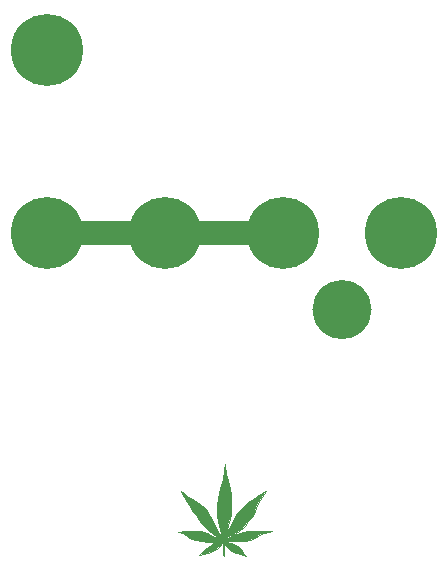
<source format=gbr>
G04 #@! TF.GenerationSoftware,KiCad,Pcbnew,(5.1.5-0)*
G04 #@! TF.CreationDate,2021-01-19T23:08:31-08:00*
G04 #@! TF.ProjectId,badumtiss,62616475-6d74-4697-9373-2e6b69636164,rev?*
G04 #@! TF.SameCoordinates,Original*
G04 #@! TF.FileFunction,Copper,L1,Top*
G04 #@! TF.FilePolarity,Positive*
%FSLAX46Y46*%
G04 Gerber Fmt 4.6, Leading zero omitted, Abs format (unit mm)*
G04 Created by KiCad (PCBNEW (5.1.5-0)) date 2021-01-19 23:08:31*
%MOMM*%
%LPD*%
G04 APERTURE LIST*
%ADD10C,1.000000*%
%ADD11C,2.000000*%
%ADD12C,0.100000*%
%ADD13C,3.100000*%
%ADD14C,6.100000*%
G04 APERTURE END LIST*
D10*
X32000000Y-104000000D02*
G75*
G03X32000000Y-104000000I-2000000J0D01*
G01*
D11*
X25000000Y-97500000D02*
X5000000Y-97500000D01*
D12*
G36*
X16596400Y-119524900D02*
G01*
X16913900Y-119766200D01*
X17479050Y-120083700D01*
X18075950Y-120515500D01*
X18450600Y-120896500D01*
X18850650Y-121461650D01*
X19447550Y-122642750D01*
X19746000Y-123207900D01*
X19758700Y-123220600D01*
X19428500Y-123246000D01*
X19326900Y-123195200D01*
X18971300Y-122947550D01*
X18564900Y-122579250D01*
X18234700Y-122230000D01*
X17879100Y-121798200D01*
X17599700Y-121379100D01*
X17409200Y-121125100D01*
X17155200Y-120667900D01*
X16901200Y-120299600D01*
X16659900Y-119880500D01*
X16380500Y-119321700D01*
X16596400Y-119524900D01*
G37*
X16596400Y-119524900D02*
X16913900Y-119766200D01*
X17479050Y-120083700D01*
X18075950Y-120515500D01*
X18450600Y-120896500D01*
X18850650Y-121461650D01*
X19447550Y-122642750D01*
X19746000Y-123207900D01*
X19758700Y-123220600D01*
X19428500Y-123246000D01*
X19326900Y-123195200D01*
X18971300Y-122947550D01*
X18564900Y-122579250D01*
X18234700Y-122230000D01*
X17879100Y-121798200D01*
X17599700Y-121379100D01*
X17409200Y-121125100D01*
X17155200Y-120667900D01*
X16901200Y-120299600D01*
X16659900Y-119880500D01*
X16380500Y-119321700D01*
X16596400Y-119524900D01*
G36*
X18002925Y-122703075D02*
G01*
X18339475Y-122798325D01*
X18603000Y-122890400D01*
X19301500Y-123296800D01*
X19331980Y-123324740D01*
X19339600Y-123309500D01*
X19339600Y-123322200D01*
X19331980Y-123324740D01*
X19250700Y-123487300D01*
X19644400Y-123627000D01*
X19434850Y-123652400D01*
X19041150Y-123677800D01*
X18564900Y-123677800D01*
X18120400Y-123614300D01*
X17637800Y-123500000D01*
X17244100Y-123385700D01*
X16837700Y-123157100D01*
X16520200Y-122928500D01*
X16113800Y-122801500D01*
X16761500Y-122750700D01*
X17294900Y-122712600D01*
X17758450Y-122706250D01*
X18002925Y-122703075D01*
G37*
X18002925Y-122703075D02*
X18339475Y-122798325D01*
X18603000Y-122890400D01*
X19301500Y-123296800D01*
X19331980Y-123324740D01*
X19339600Y-123309500D01*
X19339600Y-123322200D01*
X19331980Y-123324740D01*
X19250700Y-123487300D01*
X19644400Y-123627000D01*
X19434850Y-123652400D01*
X19041150Y-123677800D01*
X18564900Y-123677800D01*
X18120400Y-123614300D01*
X17637800Y-123500000D01*
X17244100Y-123385700D01*
X16837700Y-123157100D01*
X16520200Y-122928500D01*
X16113800Y-122801500D01*
X16761500Y-122750700D01*
X17294900Y-122712600D01*
X17758450Y-122706250D01*
X18002925Y-122703075D01*
G36*
X19866650Y-123766700D02*
G01*
X19498350Y-124198500D01*
X19060200Y-124471550D01*
X18679200Y-124611250D01*
X17929900Y-124776350D01*
X18412500Y-124249300D01*
X18806200Y-123982600D01*
X19174500Y-123779400D01*
X19644400Y-123703200D01*
X19669800Y-123703200D01*
X19866650Y-123766700D01*
G37*
X19866650Y-123766700D02*
X19498350Y-124198500D01*
X19060200Y-124471550D01*
X18679200Y-124611250D01*
X17929900Y-124776350D01*
X18412500Y-124249300D01*
X18806200Y-123982600D01*
X19174500Y-123779400D01*
X19644400Y-123703200D01*
X19669800Y-123703200D01*
X19866650Y-123766700D01*
G36*
X20000000Y-123284100D02*
G01*
X19788862Y-123477775D01*
X20007937Y-123573025D01*
X20758825Y-124115950D01*
X20577850Y-124211200D01*
X20000000Y-123754000D01*
X20012700Y-124846200D01*
X19898400Y-124706500D01*
X19892050Y-123817500D01*
X19936500Y-123817500D01*
X19555500Y-123601600D01*
X19269750Y-123449200D01*
X19434850Y-123169800D01*
X20000000Y-123284100D01*
G37*
X20000000Y-123284100D02*
X19788862Y-123477775D01*
X20007937Y-123573025D01*
X20758825Y-124115950D01*
X20577850Y-124211200D01*
X20000000Y-123754000D01*
X20012700Y-124846200D01*
X19898400Y-124706500D01*
X19892050Y-123817500D01*
X19936500Y-123817500D01*
X19555500Y-123601600D01*
X19269750Y-123449200D01*
X19434850Y-123169800D01*
X20000000Y-123284100D01*
G36*
X20641350Y-123741300D02*
G01*
X21193800Y-124020700D01*
X21520825Y-124347725D01*
X21655763Y-124577913D01*
X21887538Y-124847788D01*
X21581150Y-124763650D01*
X21327150Y-124687450D01*
X21149350Y-124623950D01*
X20774700Y-124490600D01*
X20415925Y-124296925D01*
X20155575Y-124011175D01*
X20031750Y-123849250D01*
X20095250Y-123887350D01*
X20069850Y-123823850D01*
X20133350Y-123652400D01*
X20641350Y-123741300D01*
G37*
X20641350Y-123741300D02*
X21193800Y-124020700D01*
X21520825Y-124347725D01*
X21655763Y-124577913D01*
X21887538Y-124847788D01*
X21581150Y-124763650D01*
X21327150Y-124687450D01*
X21149350Y-124623950D01*
X20774700Y-124490600D01*
X20415925Y-124296925D01*
X20155575Y-124011175D01*
X20031750Y-123849250D01*
X20095250Y-123887350D01*
X20069850Y-123823850D01*
X20133350Y-123652400D01*
X20641350Y-123741300D01*
G36*
X23073400Y-122738000D02*
G01*
X23505200Y-122763400D01*
X24083207Y-122773943D01*
X23403600Y-122928500D01*
X22971800Y-123119000D01*
X22628900Y-123334900D01*
X22209800Y-123500000D01*
X21676400Y-123588900D01*
X21231900Y-123614300D01*
X20654050Y-123595250D01*
X20076200Y-123576200D01*
X20012700Y-123500000D01*
X20228600Y-123436500D01*
X20235585Y-123385700D01*
X20551815Y-123258700D01*
X21085850Y-123030100D01*
X21638300Y-122826900D01*
X22032000Y-122712600D01*
X22476500Y-122712600D01*
X23073400Y-122738000D01*
G37*
X23073400Y-122738000D02*
X23505200Y-122763400D01*
X24083207Y-122773943D01*
X23403600Y-122928500D01*
X22971800Y-123119000D01*
X22628900Y-123334900D01*
X22209800Y-123500000D01*
X21676400Y-123588900D01*
X21231900Y-123614300D01*
X20654050Y-123595250D01*
X20076200Y-123576200D01*
X20012700Y-123500000D01*
X20228600Y-123436500D01*
X20235585Y-123385700D01*
X20551815Y-123258700D01*
X21085850Y-123030100D01*
X21638300Y-122826900D01*
X22032000Y-122712600D01*
X22476500Y-122712600D01*
X23073400Y-122738000D01*
G36*
X23060700Y-120083700D02*
G01*
X22819400Y-120579000D01*
X22616200Y-121036200D01*
X22355850Y-121556900D01*
X22082800Y-121912500D01*
X21771650Y-122325250D01*
X21301750Y-122718950D01*
X20800100Y-123055500D01*
X19695200Y-123652400D01*
X19720600Y-123322200D01*
X20025400Y-123271400D01*
X20273050Y-122833250D01*
X20488950Y-122369700D01*
X20654050Y-122039500D01*
X20838200Y-121747400D01*
X21003300Y-121429900D01*
X21282700Y-121074300D01*
X21562100Y-120756800D01*
X21892300Y-120464700D01*
X22235200Y-120236100D01*
X22616200Y-119982100D01*
X23009900Y-119715400D01*
X23543300Y-119321700D01*
X23060700Y-120083700D01*
G37*
X23060700Y-120083700D02*
X22819400Y-120579000D01*
X22616200Y-121036200D01*
X22355850Y-121556900D01*
X22082800Y-121912500D01*
X21771650Y-122325250D01*
X21301750Y-122718950D01*
X20800100Y-123055500D01*
X19695200Y-123652400D01*
X19720600Y-123322200D01*
X20025400Y-123271400D01*
X20273050Y-122833250D01*
X20488950Y-122369700D01*
X20654050Y-122039500D01*
X20838200Y-121747400D01*
X21003300Y-121429900D01*
X21282700Y-121074300D01*
X21562100Y-120756800D01*
X21892300Y-120464700D01*
X22235200Y-120236100D01*
X22616200Y-119982100D01*
X23009900Y-119715400D01*
X23543300Y-119321700D01*
X23060700Y-120083700D01*
G36*
X20215900Y-117950100D02*
G01*
X20317500Y-118432700D01*
X20431800Y-118889900D01*
X20514350Y-119220100D01*
X20577850Y-119601100D01*
X20622300Y-120121800D01*
X20622300Y-120655200D01*
X20571500Y-121239400D01*
X20508000Y-121760100D01*
X20365125Y-122255400D01*
X20066675Y-123271400D01*
X19853950Y-123220600D01*
X19619000Y-122306200D01*
X19445962Y-121442600D01*
X19461837Y-120655200D01*
X19514225Y-119994800D01*
X19676150Y-119220100D01*
X19911100Y-118407300D01*
X20038100Y-117632600D01*
X20101600Y-117111900D01*
X20215900Y-117950100D01*
G37*
X20215900Y-117950100D02*
X20317500Y-118432700D01*
X20431800Y-118889900D01*
X20514350Y-119220100D01*
X20577850Y-119601100D01*
X20622300Y-120121800D01*
X20622300Y-120655200D01*
X20571500Y-121239400D01*
X20508000Y-121760100D01*
X20365125Y-122255400D01*
X20066675Y-123271400D01*
X19853950Y-123220600D01*
X19619000Y-122306200D01*
X19445962Y-121442600D01*
X19461837Y-120655200D01*
X19514225Y-119994800D01*
X19676150Y-119220100D01*
X19911100Y-118407300D01*
X20038100Y-117632600D01*
X20101600Y-117111900D01*
X20215900Y-117950100D01*
D13*
X30000000Y-104000000D03*
D14*
X35000000Y-97500000D03*
X5000000Y-82000000D03*
X5000000Y-97500000D03*
X25000000Y-97500000D03*
X15000000Y-97500000D03*
M02*

</source>
